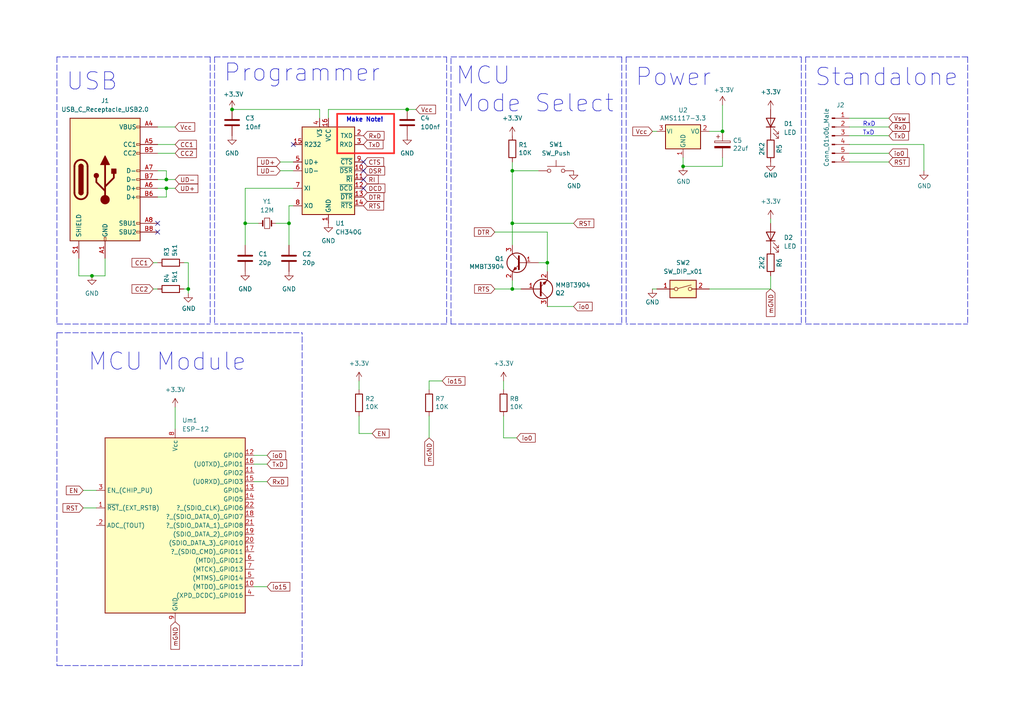
<source format=kicad_sch>
(kicad_sch (version 20211123) (generator eeschema)
  (paper "A4")
  (title_block (title "The Nerd Mage Module Programmer") (date "2023-07-13") (rev "1.0.?") (company "S. A. Miller") (comment 1 "ESP-12/07 Edition"))
  (lib_symbols
    (symbol "Connector:Conn_01x06_Male" (pin_names (offset 1.016) hide)
      (property "Reference" "J" (at 0 7.62 0))
      (property "Value" "Conn_01x06_Male" (at 0 -10.16 0))
      (symbol "Conn_01x06_Male_1_1"
        (polyline (pts (xy 1.27 -7.62) (xy 0.8636 -7.62)) (stroke (width 0.1524)))
        (polyline (pts (xy 1.27 -5.08) (xy 0.8636 -5.08)) (stroke (width 0.1524)))
        (polyline (pts (xy 1.27 -2.54) (xy 0.8636 -2.54)) (stroke (width 0.1524)))
        (polyline (pts (xy 1.27 0) (xy 0.8636 0)) (stroke (width 0.1524)))
        (polyline (pts (xy 1.27 2.54) (xy 0.8636 2.54)) (stroke (width 0.1524)))
        (polyline (pts (xy 1.27 5.08) (xy 0.8636 5.08)) (stroke (width 0.1524)))
        (rectangle (start 0.8636 -7.493) (end 0 -7.747) (stroke (width 0.1524)) (fill (type outline)))
        (rectangle (start 0.8636 -4.953) (end 0 -5.207) (stroke (width 0.1524)) (fill (type outline)))
        (rectangle (start 0.8636 -2.413) (end 0 -2.667) (stroke (width 0.1524)) (fill (type outline)))
        (rectangle (start 0.8636 0.127) (end 0 -0.127) (stroke (width 0.1524)) (fill (type outline)))
        (rectangle (start 0.8636 2.667) (end 0 2.413) (stroke (width 0.1524)) (fill (type outline)))
        (rectangle (start 0.8636 5.207) (end 0 4.953) (stroke (width 0.1524)) (fill (type outline)))
        (pin passive line (at 5.08 5.08 180) (length 3.81) (name "Pin_1") (number "1"))
        (pin passive line (at 5.08 2.54 180) (length 3.81) (name "Pin_2") (number "2"))
        (pin passive line (at 5.08 0 180) (length 3.81) (name "Pin_3") (number "3"))
        (pin passive line (at 5.08 -2.54 180) (length 3.81) (name "Pin_4") (number "4"))
        (pin passive line (at 5.08 -5.08 180) (length 3.81) (name "Pin_5") (number "5"))
        (pin passive line (at 5.08 -7.62 180) (length 3.81) (name "Pin_6") (number "6"))
      )
    )
    (symbol "Connector:USB_C_Receptacle_USB2.0" (pin_names (offset 1.016))
      (property "Reference" "J" (at -10.16 19.05 0))
      (property "Value" "USB_C_Receptacle_USB2.0" (at 19.05 19.05 0))
      (symbol "USB_C_Receptacle_USB2.0_0_0"
        (rectangle (start -0.254 -17.78) (end 0.254 -16.764))
        (rectangle (start 10.16 -14.986) (end 9.144 -15.494))
        (rectangle (start 10.16 -12.446) (end 9.144 -12.954))
        (rectangle (start 10.16 -4.826) (end 9.144 -5.334))
        (rectangle (start 10.16 -2.286) (end 9.144 -2.794))
        (rectangle (start 10.16 0.254) (end 9.144 -0.254))
        (rectangle (start 10.16 2.794) (end 9.144 2.286))
        (rectangle (start 10.16 7.874) (end 9.144 7.366))
        (rectangle (start 10.16 10.414) (end 9.144 9.906))
        (rectangle (start 10.16 15.494) (end 9.144 14.986))
      )
      (symbol "USB_C_Receptacle_USB2.0_0_1"
        (rectangle (start -10.16 17.78) (end 10.16 -17.78) (stroke (width 0.254)) (fill (type background)))
        (arc (start -8.89 -3.81) (mid -6.985 -5.715) (end -5.08 -3.81) (stroke (width 0.508)))
        (arc (start -7.62 -3.81) (mid -6.985 -4.445) (end -6.35 -3.81) (stroke (width 0.254)))
        (arc (start -7.62 -3.81) (mid -6.985 -4.445) (end -6.35 -3.81) (stroke (width 0.254)) (fill (type outline)))
        (rectangle (start -7.62 -3.81) (end -6.35 3.81) (stroke (width 0.254)) (fill (type outline)))
        (arc (start -6.35 3.81) (mid -6.985 4.445) (end -7.62 3.81) (stroke (width 0.254)))
        (arc (start -6.35 3.81) (mid -6.985 4.445) (end -7.62 3.81) (stroke (width 0.254)) (fill (type outline)))
        (arc (start -5.08 3.81) (mid -6.985 5.715) (end -8.89 3.81) (stroke (width 0.508)))
        (circle (center -2.54 1.143) (radius 0.635) (stroke (width 0.254)) (fill (type outline)))
        (circle (center 0 -5.842) (radius 1.27) (fill (type outline)))
        (polyline (pts (xy -8.89 -3.81) (xy -8.89 3.81)) (stroke (width 0.508)))
        (polyline (pts (xy -5.08 3.81) (xy -5.08 -3.81)) (stroke (width 0.508)))
        (polyline (pts (xy 0 -5.842) (xy 0 4.318)) (stroke (width 0.508)))
        (polyline (pts (xy 0 -3.302) (xy -2.54 -0.762) (xy -2.54 0.508)) (stroke (width 0.508)))
        (polyline (pts (xy 0 -2.032) (xy 2.54 0.508) (xy 2.54 1.778)) (stroke (width 0.508)))
        (polyline (pts (xy -1.27 4.318) (xy 0 6.858) (xy 1.27 4.318) (xy -1.27 4.318)) (stroke (width 0.254)) (fill (type outline)))
        (rectangle (start 1.905 1.778) (end 3.175 3.048) (stroke (width 0.254)) (fill (type outline)))
      )
      (symbol "USB_C_Receptacle_USB2.0_1_1"
        (pin passive line (at 0 -22.86 90) (length 5.08) (name "GND") (number "A1"))
        (pin passive line (at 0 -22.86 90) (length 5.08) hide (name "GND") (number "A12"))
        (pin passive line (at 15.24 15.24 180) (length 5.08) (name "VBUS") (number "A4"))
        (pin bidirectional line (at 15.24 10.16 180) (length 5.08) (name "CC1") (number "A5"))
        (pin bidirectional line (at 15.24 -2.54 180) (length 5.08) (name "D+") (number "A6"))
        (pin bidirectional line (at 15.24 2.54 180) (length 5.08) (name "D-") (number "A7"))
        (pin bidirectional line (at 15.24 -12.7 180) (length 5.08) (name "SBU1") (number "A8"))
        (pin passive line (at 15.24 15.24 180) (length 5.08) hide (name "VBUS") (number "A9"))
        (pin passive line (at 0 -22.86 90) (length 5.08) hide (name "GND") (number "B1"))
        (pin passive line (at 0 -22.86 90) (length 5.08) hide (name "GND") (number "B12"))
        (pin passive line (at 15.24 15.24 180) (length 5.08) hide (name "VBUS") (number "B4"))
        (pin bidirectional line (at 15.24 7.62 180) (length 5.08) (name "CC2") (number "B5"))
        (pin bidirectional line (at 15.24 -5.08 180) (length 5.08) (name "D+") (number "B6"))
        (pin bidirectional line (at 15.24 0 180) (length 5.08) (name "D-") (number "B7"))
        (pin bidirectional line (at 15.24 -15.24 180) (length 5.08) (name "SBU2") (number "B8"))
        (pin passive line (at 15.24 15.24 180) (length 5.08) hide (name "VBUS") (number "B9"))
        (pin passive line (at -7.62 -22.86 90) (length 5.08) (name "SHIELD") (number "S1"))
      )
    )
    (symbol "Device:C" (pin_numbers hide) (pin_names (offset 0.254))
      (property "Reference" "C" (at 0.635 2.54 0))
      (property "Value" "C" (at 0.635 -2.54 0))
      (symbol "C_0_1"
        (polyline (pts (xy -2.032 -0.762) (xy 2.032 -0.762)) (stroke (width 0.508)))
        (polyline (pts (xy -2.032 0.762) (xy 2.032 0.762)) (stroke (width 0.508)))
      )
      (symbol "C_1_1"
        (pin passive line (at 0 3.81 270) (length 2.794) (name "~") (number "1"))
        (pin passive line (at 0 -3.81 90) (length 2.794) (name "~") (number "2"))
      )
    )
    (symbol "Device:CP" (pin_numbers hide) (pin_names (offset 0.254))
      (property "Reference" "C" (at 0.635 2.54 0))
      (property "Value" "Device_CP" (at 0.635 -2.54 0))
      (symbol "CP_0_1"
        (rectangle (start -2.286 0.508) (end 2.286 1.016))
        (polyline (pts (xy -1.778 2.286) (xy -0.762 2.286)))
        (polyline (pts (xy -1.27 2.794) (xy -1.27 1.778)))
        (rectangle (start 2.286 -0.508) (end -2.286 -1.016) (fill (type outline)))
      )
      (symbol "CP_1_1"
        (pin passive line (at 0 3.81 270) (length 2.794) (name "~") (number "1"))
        (pin passive line (at 0 -3.81 90) (length 2.794) (name "~") (number "2"))
      )
    )
    (symbol "Device:Crystal_Small" (pin_numbers hide) (pin_names (offset 1.016) hide)
      (property "Reference" "Y" (at 0 2.54 0))
      (property "Value" "Crystal_Small" (at 0 -2.54 0))
      (symbol "Crystal_Small_0_1"
        (rectangle (start -0.762 -1.524) (end 0.762 1.524))
        (polyline (pts (xy -1.27 -0.762) (xy -1.27 0.762)) (stroke (width 0.381)))
        (polyline (pts (xy 1.27 -0.762) (xy 1.27 0.762)) (stroke (width 0.381)))
      )
      (symbol "Crystal_Small_1_1"
        (pin passive line (at -2.54 0 0) (length 1.27) (name "1") (number "1"))
        (pin passive line (at 2.54 0 180) (length 1.27) (name "2") (number "2"))
      )
    )
    (symbol "Device:LED" (pin_numbers hide) (pin_names (offset 1.016) hide)
      (property "Reference" "D" (at 0 2.54 0))
      (property "Value" "LED" (at 0 -2.54 0))
      (symbol "LED_0_1"
        (polyline (pts (xy -1.27 -1.27) (xy -1.27 1.27)) (stroke (width 0.254)))
        (polyline (pts (xy -1.27 0) (xy 1.27 0)))
        (polyline (pts (xy 1.27 -1.27) (xy 1.27 1.27) (xy -1.27 0) (xy 1.27 -1.27)) (stroke (width 0.254)))
        (polyline (pts (xy -3.048 -0.762) (xy -4.572 -2.286) (xy -3.81 -2.286) (xy -4.572 -2.286) (xy -4.572 -1.524)))
        (polyline (pts (xy -1.778 -0.762) (xy -3.302 -2.286) (xy -2.54 -2.286) (xy -3.302 -2.286) (xy -3.302 -1.524)))
      )
      (symbol "LED_1_1"
        (pin passive line (at -3.81 0 0) (length 2.54) (name "K") (number "1"))
        (pin passive line (at 3.81 0 180) (length 2.54) (name "A") (number "2"))
      )
    )
    (symbol "Device:R" (pin_numbers hide) (pin_names (offset 0))
      (property "Reference" "R" (at 2.032 0 90))
      (property "Value" "R" (at 0 0 90))
      (symbol "R_0_1"
        (rectangle (start -1.016 -2.54) (end 1.016 2.54) (stroke (width 0.254)))
      )
      (symbol "R_1_1"
        (pin passive line (at 0 3.81 270) (length 1.27) (name "~") (number "1"))
        (pin passive line (at 0 -3.81 90) (length 1.27) (name "~") (number "2"))
      )
    )
    (symbol "Interface_USB:CH340G"
      (property "Reference" "U" (at -5.08 13.97 0))
      (property "Value" "CH340G" (at 1.27 13.97 0))
      (symbol "CH340G_0_1"
        (rectangle (start -7.62 12.7) (end 7.62 -12.7) (stroke (width 0.254)) (fill (type background)))
      )
      (symbol "CH340G_1_1"
        (pin power_in line (at 0 -15.24 90) (length 2.54) (name "GND") (number "1"))
        (pin input line (at 10.16 0 180) (length 2.54) (name "~{DSR}") (number "10"))
        (pin input line (at 10.16 -2.54 180) (length 2.54) (name "~{RI}") (number "11"))
        (pin input line (at 10.16 -5.08 180) (length 2.54) (name "~{DCD}") (number "12"))
        (pin output line (at 10.16 -7.62 180) (length 2.54) (name "~{DTR}") (number "13"))
        (pin output line (at 10.16 -10.16 180) (length 2.54) (name "~{RTS}") (number "14"))
        (pin input line (at -10.16 7.62 0) (length 2.54) (name "R232") (number "15"))
        (pin power_in line (at 0 15.24 270) (length 2.54) (name "VCC") (number "16"))
        (pin output line (at 10.16 10.16 180) (length 2.54) (name "TXD") (number "2"))
        (pin input line (at 10.16 7.62 180) (length 2.54) (name "RXD") (number "3"))
        (pin passive line (at -2.54 15.24 270) (length 2.54) (name "V3") (number "4"))
        (pin bidirectional line (at -10.16 2.54 0) (length 2.54) (name "UD+") (number "5"))
        (pin bidirectional line (at -10.16 0 0) (length 2.54) (name "UD-") (number "6"))
        (pin input line (at -10.16 -5.08 0) (length 2.54) (name "XI") (number "7"))
        (pin output line (at -10.16 -10.16 0) (length 2.54) (name "XO") (number "8"))
        (pin input line (at 10.16 2.54 180) (length 2.54) (name "~{CTS}") (number "9"))
      )
    )
    (symbol "Regulator_Linear:AMS1117-3.3" (pin_names (offset 0.254))
      (property "Reference" "U" (at -3.81 3.175 0))
      (property "Value" "AMS1117-3.3" (at 0 3.175 0))
      (symbol "AMS1117-3.3_0_1"
        (rectangle (start -5.08 -5.08) (end 5.08 1.905) (stroke (width 0.254)) (fill (type background)))
      )
      (symbol "AMS1117-3.3_1_1"
        (pin power_in line (at 0 -7.62 90) (length 2.54) (name "GND") (number "1"))
        (pin power_out line (at 7.62 0 180) (length 2.54) (name "VO") (number "2"))
        (pin power_in line (at -7.62 0 0) (length 2.54) (name "VI") (number "3"))
      )
    )
    (symbol "Switch:SW_DIP_x01" (pin_names (offset 0) hide)
      (property "Reference" "SW" (at 0 3.81 0))
      (property "Value" "SW_DIP_x01" (at 0 -3.81 0))
      (symbol "SW_DIP_x01_0_0"
        (circle (center -2.032 0) (radius 0.508))
        (polyline (pts (xy -1.524 0.127) (xy 2.3622 1.1684)))
        (circle (center 2.032 0) (radius 0.508))
      )
      (symbol "SW_DIP_x01_0_1"
        (rectangle (start -3.81 2.54) (end 3.81 -2.54) (stroke (width 0.254)) (fill (type background)))
      )
      (symbol "SW_DIP_x01_1_1"
        (pin passive line (at -7.62 0 0) (length 5.08) (name "~") (number "1"))
        (pin passive line (at 7.62 0 180) (length 5.08) (name "~") (number "2"))
      )
    )
    (symbol "Switch:SW_Push" (pin_numbers hide) (pin_names (offset 1.016) hide)
      (property "Reference" "SW" (at 1.27 2.54 0))
      (property "Value" "SW_Push" (at 0 -1.524 0))
      (symbol "SW_Push_0_1"
        (circle (center -2.032 0) (radius 0.508))
        (polyline (pts (xy 0 1.27) (xy 0 3.048)))
        (polyline (pts (xy 2.54 1.27) (xy -2.54 1.27)))
        (circle (center 2.032 0) (radius 0.508))
        (pin passive line (at -5.08 0 0) (length 2.54) (name "1") (number "1"))
        (pin passive line (at 5.08 0 180) (length 2.54) (name "2") (number "2"))
      )
    )
    (symbol "Tinker_ESP:ESP-12"
      (property "Reference" "Um" (at 3.556 -27.686 0))
      (property "Value" "ESP-12" (at 6.096 -30.099 0))
      (symbol "ESP-12_0_1"
        (rectangle (start -20.32 25.4) (end 20.32 -25.4) (stroke (width 0.254)) (fill (type background)))
      )
      (symbol "ESP-12_1_1"
        (pin input line (at -22.86 5.08 0) (length 2.54) (name "~{RST}_(EXT_RSTB)") (number "1"))
        (pin bidirectional line (at 22.86 -17.78 180) (length 2.54) (name "(MTDO)_GPIO15") (number "10"))
        (pin bidirectional line (at 22.86 15.24 180) (length 2.54) (name "GPIO2") (number "11"))
        (pin bidirectional line (at 22.86 20.32 180) (length 2.54) (name "GPIO0") (number "12"))
        (pin bidirectional line (at 22.86 10.16 180) (length 2.54) (name "GPIO4") (number "13"))
        (pin bidirectional line (at 22.86 7.62 180) (length 2.54) (name "GPIO5") (number "14"))
        (pin bidirectional line (at 22.86 12.7 180) (length 2.54) (name "(U0RXD)_GPIO3") (number "15"))
        (pin bidirectional line (at 22.86 17.78 180) (length 2.54) (name "(U0TXD)_GPIO1") (number "16"))
        (pin bidirectional line (at 22.86 -7.62 180) (length 2.54) (name "?_(SDIO_CMD)_GPIO11") (number "17"))
        (pin bidirectional line (at 22.86 2.54 180) (length 2.54) (name "?_(SDIO_DATA_0)_GPIO7") (number "18"))
        (pin bidirectional line (at 22.86 -2.54 180) (length 2.54) (name "(SDIO_DATA_2)_GPIO9") (number "19"))
        (pin input line (at -22.86 0 0) (length 2.54) (name "ADC_(TOUT)") (number "2"))
        (pin bidirectional line (at 22.86 -5.08 180) (length 2.54) (name "(SDIO_DATA_3)_GPIO10") (number "20"))
        (pin bidirectional line (at 22.86 0 180) (length 2.54) (name "?_(SDIO_DATA_1)_GPIO8") (number "21"))
        (pin bidirectional line (at 22.86 5.08 180) (length 2.54) (name "?_(SDIO_CLK)_GPIO6") (number "22"))
        (pin input line (at -22.86 10.16 0) (length 2.54) (name "EN_(CHIP_PU)") (number "3"))
        (pin bidirectional line (at 22.86 -20.32 180) (length 2.54) (name "(XPD_DCDC)_GPIO16") (number "4"))
        (pin bidirectional line (at 22.86 -15.24 180) (length 2.54) (name "(MTMS)_GPIO14") (number "5"))
        (pin bidirectional line (at 22.86 -10.16 180) (length 2.54) (name "(MTDI)_GPIO12") (number "6"))
        (pin bidirectional line (at 22.86 -12.7 180) (length 2.54) (name "(MTCK)_GPIO13") (number "7"))
        (pin power_in line (at 0 27.94 270) (length 2.54) (name "Vcc") (number "8"))
        (pin power_in line (at 0 -27.94 90) (length 2.54) (name "GND") (number "9"))
      )
    )
    (symbol "Transistor_BJT:MMBT3904" (pin_names (offset 0) hide)
      (property "Reference" "Q" (at 5.08 1.905 0))
      (property "Value" "MMBT3904" (at 5.08 0 0))
      (symbol "MMBT3904_0_1"
        (polyline (pts (xy 0.635 0.635) (xy 2.54 2.54)))
        (polyline (pts (xy 0.635 -0.635) (xy 2.54 -2.54) (xy 2.54 -2.54)))
        (polyline (pts (xy 0.635 1.905) (xy 0.635 -1.905) (xy 0.635 -1.905)) (stroke (width 0.508)))
        (polyline (pts (xy 1.27 -1.778) (xy 1.778 -1.27) (xy 2.286 -2.286) (xy 1.27 -1.778) (xy 1.27 -1.778)) (fill (type outline)))
        (circle (center 1.27 0) (radius 2.8194) (stroke (width 0.254)))
      )
      (symbol "MMBT3904_1_1"
        (pin input line (at -5.08 0 0) (length 5.715) (name "B") (number "1"))
        (pin passive line (at 2.54 -5.08 90) (length 2.54) (name "E") (number "2"))
        (pin passive line (at 2.54 5.08 270) (length 2.54) (name "C") (number "3"))
      )
    )
    (symbol "power:+3.3V" (power) (pin_names (offset 0))
      (property "Value" "+3.3V" (at 0 3.556 0))
      (symbol "+3.3V_0_1"
        (polyline (pts (xy -0.762 1.27) (xy 0 2.54)))
        (polyline (pts (xy 0 0) (xy 0 2.54)))
        (polyline (pts (xy 0 2.54) (xy 0.762 1.27)))
      )
      (symbol "+3.3V_1_1"
        (pin power_in line (at 0 0 90) (length 0) hide (name "+3.3V") (number "1"))
      )
    )
    (symbol "power:GND" (power) (pin_names (offset 0))
      (property "Value" "GND" (at 0 -3.81 0))
      (symbol "GND_0_1"
        (polyline (pts (xy 0 0) (xy 0 -1.27) (xy 1.27 -1.27) (xy 0 -2.54) (xy -1.27 -1.27) (xy 0 -1.27)))
      )
      (symbol "GND_1_1"
        (pin power_in line (at 0 0 270) (length 0) hide (name "GND") (number "1"))
      )
    )
  )
  (junction (at 83.82 64.77))
  (junction (at 26.67 80.01))
  (junction (at 148.59 83.82))
  (junction (at 48.26 54.61))
  (junction (at 54.61 83.82))
  (junction (at 48.26 52.07))
  (junction (at 148.59 64.77))
  (junction (at 118.11 31.75))
  (junction (at 67.31 31.75))
  (junction (at 158.75 76.2))
  (junction (at 71.12 64.77))
  (junction (at 209.55 38.1))
  (junction (at 148.59 49.53))
  (junction (at 198.12 48.26))
  (no_connect (at 85.09 41.91))
  (no_connect (at 105.41 46.99))
  (no_connect (at 105.41 49.53))
  (no_connect (at 105.41 52.07))
  (no_connect (at 105.41 54.61))
  (no_connect (at 45.72 64.77))
  (no_connect (at 45.72 67.31))
  (wire (pts (xy 83.82 64.77) (xy 83.82 71.12)))
  (polyline (pts (xy 233.68 16.51) (xy 233.68 93.98)))
  (polyline (pts (xy 60.96 16.51) (xy 16.51 16.51)))
  (polyline (pts (xy 280.67 16.51) (xy 280.67 93.98)))
  (polyline (pts (xy 62.23 16.51) (xy 62.23 93.98)))
  (polyline (pts (xy 16.51 96.52) (xy 87.63 96.52)))
  (wire (pts (xy 158.75 67.31) (xy 158.75 76.2)))
  (wire (pts (xy 104.14 120.65) (xy 104.14 125.73)))
  (wire (pts (xy 104.14 125.73) (xy 107.95 125.73)))
  (wire (pts (xy 267.97 49.53) (xy 267.97 41.91)))
  (wire (pts (xy 151.13 83.82) (xy 148.59 83.82)))
  (polyline (pts (xy 180.34 16.51) (xy 180.34 93.98)))
  (polyline (pts (xy 114.3 33.02) (xy 97.79 33.02)) (stroke (width 0.5) (type solid) (color 255 48 46 1)))
  (polyline (pts (xy 16.51 96.52) (xy 16.51 193.04)))
  (wire (pts (xy 156.21 76.2) (xy 158.75 76.2)))
  (wire (pts (xy 45.72 41.91) (xy 50.8 41.91)))
  (wire (pts (xy 54.61 76.2) (xy 54.61 83.82)))
  (polyline (pts (xy 233.68 93.98) (xy 280.67 93.98)))
  (wire (pts (xy 246.38 36.83) (xy 257.81 36.83)))
  (polyline (pts (xy 16.51 193.04) (xy 87.63 193.04)))
  (wire (pts (xy 146.05 127) (xy 149.86 127)))
  (wire (pts (xy 81.28 46.99) (xy 85.09 46.99)))
  (wire (pts (xy 205.74 83.82) (xy 223.52 83.82)))
  (wire (pts (xy 71.12 54.61) (xy 71.12 64.77)))
  (wire (pts (xy 92.71 34.29) (xy 92.71 31.75)))
  (wire (pts (xy 74.93 64.77) (xy 71.12 64.77)))
  (wire (pts (xy 45.72 44.45) (xy 50.8 44.45)))
  (polyline (pts (xy 97.79 33.02) (xy 97.79 44.45)) (stroke (width 0.5) (type solid) (color 255 48 46 1)))
  (wire (pts (xy 92.71 31.75) (xy 67.31 31.75)))
  (wire (pts (xy 124.46 110.49) (xy 124.46 113.03)))
  (wire (pts (xy 45.72 54.61) (xy 48.26 54.61)))
  (polyline (pts (xy 114.3 33.02) (xy 114.3 44.45)) (stroke (width 0.5) (type solid) (color 255 48 46 1)))
  (polyline (pts (xy 280.67 16.51) (xy 233.68 16.51)))
  (wire (pts (xy 209.55 48.26) (xy 198.12 48.26)))
  (wire (pts (xy 45.72 57.15) (xy 48.26 57.15)))
  (wire (pts (xy 209.55 30.48) (xy 209.55 38.1)))
  (wire (pts (xy 166.37 88.9) (xy 158.75 88.9)))
  (wire (pts (xy 54.61 83.82) (xy 54.61 85.09)))
  (wire (pts (xy 118.11 31.75) (xy 120.65 31.75)))
  (wire (pts (xy 85.09 59.69) (xy 83.82 59.69)))
  (polyline (pts (xy 16.51 16.51) (xy 16.51 93.98)))
  (wire (pts (xy 48.26 49.53) (xy 48.26 52.07)))
  (wire (pts (xy 24.13 142.24) (xy 27.94 142.24)))
  (wire (pts (xy 128.27 110.49) (xy 124.46 110.49)))
  (wire (pts (xy 48.26 52.07) (xy 50.8 52.07)))
  (wire (pts (xy 190.5 83.82) (xy 189.23 83.82)))
  (wire (pts (xy 73.66 170.18) (xy 77.47 170.18)))
  (wire (pts (xy 143.51 67.31) (xy 158.75 67.31)))
  (polyline (pts (xy 60.96 16.51) (xy 60.96 93.98)))
  (polyline (pts (xy 129.54 16.51) (xy 129.54 93.98)))
  (wire (pts (xy 50.8 118.11) (xy 50.8 124.46)))
  (polyline (pts (xy 130.81 93.98) (xy 130.81 16.51)))
  (wire (pts (xy 148.59 64.77) (xy 148.59 71.12)))
  (wire (pts (xy 73.66 134.62) (xy 77.47 134.62)))
  (wire (pts (xy 45.72 36.83) (xy 50.8 36.83)))
  (wire (pts (xy 80.01 64.77) (xy 83.82 64.77)))
  (wire (pts (xy 44.45 76.2) (xy 45.72 76.2)))
  (wire (pts (xy 95.25 31.75) (xy 95.25 34.29)))
  (polyline (pts (xy 181.61 16.51) (xy 232.41 16.51)))
  (wire (pts (xy 53.34 83.82) (xy 54.61 83.82)))
  (wire (pts (xy 45.72 49.53) (xy 48.26 49.53)))
  (wire (pts (xy 148.59 49.53) (xy 156.21 49.53)))
  (wire (pts (xy 81.28 49.53) (xy 85.09 49.53)))
  (polyline (pts (xy 129.54 93.98) (xy 62.23 93.98)))
  (wire (pts (xy 267.97 41.91) (xy 246.38 41.91)))
  (wire (pts (xy 104.14 110.49) (xy 104.14 113.03)))
  (wire (pts (xy 83.82 59.69) (xy 83.82 64.77)))
  (wire (pts (xy 198.12 48.26) (xy 198.12 45.72)))
  (wire (pts (xy 209.55 45.72) (xy 209.55 48.26)))
  (wire (pts (xy 148.59 83.82) (xy 148.59 81.28)))
  (wire (pts (xy 257.81 34.29) (xy 246.38 34.29)))
  (wire (pts (xy 246.38 39.37) (xy 257.81 39.37)))
  (wire (pts (xy 95.25 31.75) (xy 118.11 31.75)))
  (wire (pts (xy 73.66 139.7) (xy 77.47 139.7)))
  (polyline (pts (xy 181.61 16.51) (xy 181.61 93.98)))
  (wire (pts (xy 73.66 132.08) (xy 77.47 132.08)))
  (wire (pts (xy 48.26 57.15) (xy 48.26 54.61)))
  (wire (pts (xy 22.86 74.93) (xy 22.86 80.01)))
  (wire (pts (xy 53.34 76.2) (xy 54.61 76.2)))
  (wire (pts (xy 30.48 74.93) (xy 30.48 80.01)))
  (wire (pts (xy 148.59 49.53) (xy 148.59 64.77)))
  (wire (pts (xy 45.72 52.07) (xy 48.26 52.07)))
  (polyline (pts (xy 130.81 16.51) (xy 180.34 16.51)))
  (wire (pts (xy 158.75 76.2) (xy 158.75 78.74)))
  (polyline (pts (xy 180.34 93.98) (xy 130.81 93.98)))
  (wire (pts (xy 44.45 83.82) (xy 45.72 83.82)))
  (wire (pts (xy 146.05 120.65) (xy 146.05 127)))
  (wire (pts (xy 223.52 63.5) (xy 223.52 64.77)))
  (wire (pts (xy 26.67 80.01) (xy 30.48 80.01)))
  (polyline (pts (xy 87.63 193.04) (xy 87.63 96.52)))
  (wire (pts (xy 22.86 80.01) (xy 26.67 80.01)))
  (wire (pts (xy 143.51 83.82) (xy 148.59 83.82)))
  (wire (pts (xy 48.26 54.61) (xy 50.8 54.61)))
  (wire (pts (xy 205.74 38.1) (xy 209.55 38.1)))
  (polyline (pts (xy 62.23 16.51) (xy 129.54 16.51)))
  (polyline (pts (xy 232.41 16.51) (xy 232.41 93.98)))
  (wire (pts (xy 146.05 110.49) (xy 146.05 113.03)))
  (wire (pts (xy 223.52 83.82) (xy 223.52 80.01)))
  (wire (pts (xy 166.37 64.77) (xy 148.59 64.77)))
  (wire (pts (xy 71.12 54.61) (xy 85.09 54.61)))
  (wire (pts (xy 189.23 38.1) (xy 190.5 38.1)))
  (polyline (pts (xy 232.41 93.98) (xy 181.61 93.98)))
  (polyline (pts (xy 16.51 93.98) (xy 60.96 93.98)))
  (polyline (pts (xy 97.79 44.45) (xy 114.3 44.45)) (stroke (width 0.5) (type solid) (color 255 48 46 1)))
  (wire (pts (xy 246.38 44.45) (xy 257.81 44.45)))
  (wire (pts (xy 148.59 46.99) (xy 148.59 49.53)))
  (wire (pts (xy 24.13 147.32) (xy 27.94 147.32)))
  (wire (pts (xy 124.46 120.65) (xy 124.46 127)))
  (wire (pts (xy 246.38 46.99) (xy 257.81 46.99)))
  (wire (pts (xy 71.12 64.77) (xy 71.12 71.12)))
  (text "Make Note!" (at 100.33 35.56 0) (effects (font (size 1.27 1.27) (thickness 0.254) bold) (justify left bottom)))
  (text "Power" (at 184.15 25.4 0) (effects (font (size 5 5)) (justify left bottom)))
  (text "USB" (at 19.05 26.67 0) (effects (font (size 5 5)) (justify left bottom)))
  (text "MCU\nMode Select" (at 132.08 33.02 0) (effects (font (size 5.0038 5.0038)) (justify left bottom)))
  (text "TxD" (at 250.19 39.37 0) (effects (font (size 1.27 1.27)) (justify left bottom)))
  (text "Standalone" (at 236.22 25.4 0) (effects (font (size 5 5)) (justify left bottom)))
  (text "RxD" (at 250.19 36.83 0) (effects (font (size 1.27 1.27)) (justify left bottom)))
  (text "MCU Module" (at 25.4 107.95 0) (effects (font (size 5.0038 5.0038)) (justify left bottom)))
  (text "Programmer" (at 64.77 24.13 0) (effects (font (size 5 5)) (justify left bottom)))
  (global_label "EN" (shape input) (at 107.95 125.73 0) (property "Intersheet References" "${INTERSHEET_REFS}" (effects hide)))
  (global_label "RTS" (shape input) (at 143.51 83.82 180) (property "Intersheet References" "${INTERSHEET_REFS}" (effects hide)))
  (global_label "RxD" (shape input) (at 257.81 36.83 0) (property "Intersheet References" "${INTERSHEET_REFS}" (effects hide)))
  (global_label "CC2" (shape input) (at 44.45 83.82 180) (property "Intersheet References" "${INTERSHEET_REFS}" (effects hide)))
  (global_label "CC1" (shape input) (at 44.45 76.2 180) (property "Intersheet References" "${INTERSHEET_REFS}" (effects hide)))
  (global_label "RST" (shape input) (at 257.81 46.99 0) (property "Intersheet References" "${INTERSHEET_REFS}" (effects hide)))
  (global_label "mGND" (shape input) (at 223.52 83.82 270) (property "Intersheet References" "${INTERSHEET_REFS}" (effects hide)))
  (global_label "TxD" (shape input) (at 77.47 134.62 0) (property "Intersheet References" "${INTERSHEET_REFS}" (effects hide)))
  (global_label "Vcc" (shape input) (at 120.65 31.75 0) (property "Intersheet References" "${INTERSHEET_REFS}" (effects hide)))
  (global_label "io15" (shape input) (at 77.47 170.18 0) (property "Intersheet References" "${INTERSHEET_REFS}" (effects hide)))
  (global_label "io0" (shape input) (at 257.81 44.45 0) (property "Intersheet References" "${INTERSHEET_REFS}" (effects hide)))
  (global_label "DSR" (shape input) (at 105.41 49.53 0) (property "Intersheet References" "${INTERSHEET_REFS}" (effects hide)))
  (global_label "CC2" (shape input) (at 50.8 44.45 0) (property "Intersheet References" "${INTERSHEET_REFS}" (effects hide)))
  (global_label "Vsw" (shape input) (at 257.81 34.29 0) (property "Intersheet References" "${INTERSHEET_REFS}" (effects hide)))
  (global_label "CTS" (shape input) (at 105.41 46.99 0) (property "Intersheet References" "${INTERSHEET_REFS}" (effects hide)))
  (global_label "DCD" (shape input) (at 105.41 54.61 0) (property "Intersheet References" "${INTERSHEET_REFS}" (effects hide)))
  (global_label "mGND" (shape input) (at 124.46 127 270) (property "Intersheet References" "${INTERSHEET_REFS}" (effects hide)))
  (global_label "RST" (shape input) (at 166.37 64.77 0) (property "Intersheet References" "${INTERSHEET_REFS}" (effects hide)))
  (global_label "UD+" (shape input) (at 50.8 54.61 0) (property "Intersheet References" "${INTERSHEET_REFS}" (effects hide)))
  (global_label "RTS" (shape input) (at 105.41 59.69 0) (property "Intersheet References" "${INTERSHEET_REFS}" (effects hide)))
  (global_label "RxD" (shape input) (at 105.41 39.37 0) (property "Intersheet References" "${INTERSHEET_REFS}" (effects hide)))
  (global_label "io0" (shape input) (at 149.86 127 0) (property "Intersheet References" "${INTERSHEET_REFS}" (effects hide)))
  (global_label "io15" (shape input) (at 128.27 110.49 0) (property "Intersheet References" "${INTERSHEET_REFS}" (effects hide)))
  (global_label "Vcc" (shape input) (at 189.23 38.1 180) (property "Intersheet References" "${INTERSHEET_REFS}" (effects hide)))
  (global_label "io0" (shape input) (at 77.47 132.08 0) (property "Intersheet References" "${INTERSHEET_REFS}" (effects hide)))
  (global_label "UD+" (shape input) (at 81.28 46.99 180) (property "Intersheet References" "${INTERSHEET_REFS}" (effects hide)))
  (global_label "UD-" (shape input) (at 50.8 52.07 0) (property "Intersheet References" "${INTERSHEET_REFS}" (effects hide)))
  (global_label "io0" (shape input) (at 166.37 88.9 0) (property "Intersheet References" "${INTERSHEET_REFS}" (effects hide)))
  (global_label "mGND" (shape input) (at 50.8 180.34 270) (property "Intersheet References" "${INTERSHEET_REFS}" (effects hide)))
  (global_label "DTR" (shape input) (at 143.51 67.31 180) (property "Intersheet References" "${INTERSHEET_REFS}" (effects hide)))
  (global_label "RST" (shape input) (at 24.13 147.32 180) (property "Intersheet References" "${INTERSHEET_REFS}" (effects hide)))
  (global_label "RxD" (shape input) (at 77.47 139.7 0) (property "Intersheet References" "${INTERSHEET_REFS}" (effects hide)))
  (global_label "TxD" (shape input) (at 105.41 41.91 0) (property "Intersheet References" "${INTERSHEET_REFS}" (effects hide)))
  (global_label "RI" (shape input) (at 105.41 52.07 0) (property "Intersheet References" "${INTERSHEET_REFS}" (effects hide)))
  (global_label "UD-" (shape input) (at 81.28 49.53 180) (property "Intersheet References" "${INTERSHEET_REFS}" (effects hide)))
  (global_label "DTR" (shape input) (at 105.41 57.15 0) (property "Intersheet References" "${INTERSHEET_REFS}" (effects hide)))
  (global_label "CC1" (shape input) (at 50.8 41.91 0) (property "Intersheet References" "${INTERSHEET_REFS}" (effects hide)))
  (global_label "Vcc" (shape input) (at 50.8 36.83 0) (property "Intersheet References" "${INTERSHEET_REFS}" (effects hide)))
  (global_label "TxD" (shape input) (at 257.81 39.37 0) (property "Intersheet References" "${INTERSHEET_REFS}" (effects hide)))
  (global_label "EN" (shape input) (at 24.13 142.24 180) (property "Intersheet References" "${INTERSHEET_REFS}" (effects hide)))
  (symbol (lib_id "Device:R") (at 104.14 116.84 0) (unit 1)
    (property "Reference" "R2" (at 105.918 115.6716 0) (effects (justify left)))
    (property "Value" "10K" (at 105.918 117.983 0) (effects (justify left)))
    (property "Footprint" "Tinker:R_0603_1608Metric_Pad0.98x0.95mm_HandSolder" (effects hide))
  )
  (symbol (lib_id "power:GND") (at 83.82 78.74 0) (unit 1)
    (property "Reference" "#PWR0112" (effects hide))
    (property "Value" "GND" (at 83.82 83.82 0))
  )
  (symbol (lib_id "power:GND") (at 54.61 85.09 0) (unit 1)
    (property "Reference" "#PWR0117" (effects hide))
    (property "Value" "GND" (at 54.737 89.4842 0))
  )
  (symbol (lib_id "power:GND") (at 166.37 49.53 0) (unit 1)
    (property "Reference" "#PWR0105" (effects hide))
    (property "Value" "GND" (at 166.497 53.9242 0))
  )
  (symbol (lib_id "power:+3.3V") (at 146.05 110.49 0) (unit 1)
    (property "Reference" "#PWR0121" (effects hide))
    (property "Value" "+3.3V" (at 146.05 105.41 0))
  )
  (symbol (lib_id "Connector:USB_C_Receptacle_USB2.0") (at 30.48 52.07 0) (unit 1)
    (property "Reference" "J1" (at 30.48 29.21 0))
    (property "Value" "USB_C_Receptacle_USB2.0" (at 30.48 31.75 0))
    (property "Footprint" "Tinker:USB_C_Receptacle_HRO_TYPE-C-31-M-12" (effects hide))
    (property "Datasheet" "https://www.usb.org/sites/default/files/documents/usb_type-c.zip" (effects hide))
  )
  (symbol (lib_id "Device:LED") (at 223.52 68.58 90) (unit 1)
    (property "Reference" "D2" (at 227.33 68.8974 90) (effects (justify right)))
    (property "Value" "LED" (at 227.33 71.4374 90) (effects (justify right)))
    (property "Footprint" "LED_SMD:LED_0805_2012Metric_Pad1.15x1.40mm_HandSolder" (effects hide))
  )
  (symbol (lib_id "Device:R") (at 124.46 116.84 0) (unit 1)
    (property "Reference" "R7" (at 126.238 115.6716 0) (effects (justify left)))
    (property "Value" "10K" (at 126.238 117.983 0) (effects (justify left)))
    (property "Footprint" "Tinker:R_0603_1608Metric_Pad0.98x0.95mm_HandSolder" (effects hide))
  )
  (symbol (lib_id "power:GND") (at 198.12 48.26 0) (unit 1)
    (property "Reference" "#PWR0107" (effects hide))
    (property "Value" "GND" (at 198.247 52.6542 0))
  )
  (symbol (lib_id "Switch:SW_Push") (at 161.29 49.53 0) (unit 1)
    (property "Reference" "SW1" (at 161.29 41.91 0))
    (property "Value" "SW_Push" (at 161.29 44.45 0))
    (property "Footprint" "Tinker:SW_Push_TS273014TP" (effects hide))
    (property "LCSC" "C2858276" (effects hide))
  )
  (symbol (lib_id "Device:C") (at 118.11 35.56 0) (unit 1)
    (property "Reference" "C4" (at 121.92 34.2899 0) (effects (justify left)))
    (property "Value" "100nf" (at 121.92 36.8299 0) (effects (justify left)))
    (property "Footprint" "Tinker:C_0603_1608Metric_Pad1.08x0.95mm_HandSolder" (effects hide))
    (property "LCSC" "C235731" (effects hide))
  )
  (symbol (lib_id "Connector:Conn_01x06_Male") (at 241.3 39.37 0) (unit 1) (in_bom no) (on_board no)
    (property "Reference" "J2" (at 242.57 30.48 0) (effects (justify left)))
    (property "Value" "Conn_01x06_Male" (at 239.6998 48.4124 90) (effects (justify left)))
    (property "Footprint" "Tinker:PinHeader_1x06_P2.54mm_Vertical" (effects hide))
  )
  (symbol (lib_id "power:GND") (at 267.97 49.53 0) (unit 1)
    (property "Reference" "#PWR0118" (effects hide))
    (property "Value" "GND" (at 268.097 53.9242 0))
  )
  (symbol (lib_id "Device:R") (at 49.53 76.2 90) (unit 1)
    (property "Reference" "R3" (at 48.3616 74.422 0) (effects (justify left)))
    (property "Value" "5k1" (at 50.673 74.422 0) (effects (justify left)))
    (property "Footprint" "Tinker:R_0603_1608Metric_Pad0.98x0.95mm_HandSolder" (effects hide))
  )
  (symbol (lib_id "Device:R") (at 223.52 76.2 0) (unit 1)
    (property "Reference" "R6" (at 226.06 76.2 90))
    (property "Value" "2K2" (at 220.98 76.2 90))
    (property "Footprint" "Tinker:R_0603_1608Metric_Pad0.98x0.95mm_HandSolder" (effects hide))
  )
  (symbol (lib_id "power:+3.3V") (at 148.59 39.37 0) (unit 1)
    (property "Reference" "#PWR0114" (effects hide))
    (property "Value" "+3.3V" (at 148.59 34.29 0))
  )
  (symbol (lib_id "power:GND") (at 223.52 46.99 0) (unit 1)
    (property "Reference" "#PWR0119" (effects hide))
    (property "Value" "GND" (at 223.52 50.8 0))
  )
  (symbol (lib_id "power:GND") (at 71.12 78.74 0) (unit 1)
    (property "Reference" "#PWR0111" (effects hide))
    (property "Value" "GND" (at 71.12 83.82 0))
  )
  (symbol (lib_id "Device:C") (at 67.31 35.56 0) (unit 1)
    (property "Reference" "C3" (at 71.12 34.2899 0) (effects (justify left)))
    (property "Value" "10nf" (at 71.12 36.8299 0) (effects (justify left)))
    (property "Footprint" "Tinker:C_0603_1608Metric_Pad1.08x0.95mm_HandSolder" (effects hide))
    (property "LCSC" "C161232" (effects hide))
  )
  (symbol (lib_id "power:+3.3V") (at 67.31 31.75 0) (unit 1)
    (property "Reference" "#PWR0115" (effects hide))
    (property "Value" "+3.3V" (at 67.691 27.3558 0))
  )
  (symbol (lib_id "Device:C") (at 83.82 74.93 0) (unit 1)
    (property "Reference" "C2" (at 87.63 73.6599 0) (effects (justify left)))
    (property "Value" "20p" (at 87.63 76.1999 0) (effects (justify left)))
    (property "Footprint" "Tinker:C_0603_1608Metric_Pad1.08x0.95mm_HandSolder" (effects hide))
    (property "LCSC" "C408549 (20pf C325469)" (effects hide))
  )
  (symbol (lib_id "Switch:SW_DIP_x01") (at 198.12 83.82 0) (unit 1)
    (property "Reference" "SW2" (at 198.12 76.2 0))
    (property "Value" "SW_DIP_x01" (at 198.12 78.74 0))
    (property "Footprint" "Tinker:SW_DIP_SPSTx01_Slide_6.7x4.1mm_W7.62mm_P2.54mm_LowProfile" (effects hide))
  )
  (symbol (lib_id "Device:C") (at 71.12 74.93 0) (unit 1)
    (property "Reference" "C1" (at 74.93 73.6599 0) (effects (justify left)))
    (property "Value" "20p" (at 74.93 76.1999 0) (effects (justify left)))
    (property "Footprint" "Tinker:C_0603_1608Metric_Pad1.08x0.95mm_HandSolder" (effects hide))
    (property "LCSC" "C408549 (20pf C325469)" (effects hide))
  )
  (symbol (lib_id "Device:R") (at 223.52 43.18 0) (unit 1)
    (property "Reference" "R5" (at 226.06 43.18 90))
    (property "Value" "2K2" (at 220.98 43.18 90))
    (property "Footprint" "Tinker:R_0603_1608Metric_Pad0.98x0.95mm_HandSolder" (effects hide))
  )
  (symbol (lib_id "power:+3.3V") (at 223.52 63.5 0) (unit 1)
    (property "Reference" "#PWR0104" (effects hide))
    (property "Value" "+3.3V" (at 223.52 58.42 0))
  )
  (symbol (lib_id "power:GND") (at 189.23 83.82 0) (unit 1)
    (property "Reference" "#PWR0101" (effects hide))
    (property "Value" "GND" (at 189.23 87.63 0))
  )
  (symbol (lib_id "power:+3.3V") (at 209.55 30.48 0) (unit 1)
    (property "Reference" "#PWR0110" (effects hide))
    (property "Value" "+3.3V" (at 209.931 26.0858 0))
  )
  (symbol (lib_id "power:+3.3V") (at 104.14 110.49 0) (unit 1)
    (property "Reference" "#PWR0106" (effects hide))
    (property "Value" "+3.3V" (at 104.14 105.41 0))
  )
  (symbol (lib_id "Regulator_Linear:AMS1117-3.3") (at 198.12 38.1 0) (unit 1)
    (property "Reference" "U2" (at 198.12 31.9532 0))
    (property "Value" "AMS1117-3.3" (at 198.12 34.2646 0))
    (property "Footprint" "Package_TO_SOT_SMD:SOT-223-3_TabPin2" (effects hide))
    (property "Datasheet" "http://www.advanced-monolithic.com/pdf/ds1117.pdf" (effects hide))
  )
  (symbol (lib_id "Device:R") (at 146.05 116.84 0) (unit 1)
    (property "Reference" "R8" (at 147.828 115.6716 0) (effects (justify left)))
    (property "Value" "10K" (at 147.828 117.983 0) (effects (justify left)))
    (property "Footprint" "Tinker:R_0603_1608Metric_Pad0.98x0.95mm_HandSolder" (effects hide))
  )
  (symbol (lib_id "power:GND") (at 26.67 80.01 0) (unit 1)
    (property "Reference" "#PWR0113" (effects hide))
    (property "Value" "GND" (at 26.67 85.09 0))
  )
  (symbol (lib_id "Transistor_BJT:MMBT3904") (at 151.13 76.2 0) (mirror y) (unit 1)
    (property "Reference" "Q1" (at 146.2786 75.0316 0) (effects (justify left)))
    (property "Value" "MMBT3904" (at 146.2786 77.343 0) (effects (justify left)))
    (property "Footprint" "Package_TO_SOT_SMD:SOT-23_Handsoldering" (effects hide))
    (property "Datasheet" "https://www.fairchildsemi.com/datasheets/2N/2N3904.pdf" (effects hide))
  )
  (symbol (lib_id "Device:CP") (at 209.55 41.91 0) (unit 1)
    (property "Reference" "C5" (at 212.5472 40.7416 0) (effects (justify left)))
    (property "Value" "22uf" (at 212.5472 43.053 0) (effects (justify left)))
    (property "Footprint" "Capacitor_Tantalum_SMD:CP_EIA-6032-28_Kemet-C_Pad2.25x2.35mm_HandSolder" (effects hide))
    (property "Datasheet" "http://datasheets.avx.com/TAJ.pdf" (effects hide))
    (property "P/N" "TAJB226M010RNJ" (effects hide))
  )
  (symbol (lib_id "Tinker_ESP:ESP-12") (at 50.8 152.4 0) (unit 1)
    (property "Reference" "Um1" (at 52.8194 121.92 0) (effects (justify left)))
    (property "Value" "ESP-12" (at 52.8194 124.46 0) (effects (justify left)))
    (property "Footprint" "Tinker:ESP-12 (FlexyPin)" (effects hide))
    (property "Datasheet" "https://docs.ai-thinker.com/_media/esp8266/docs/esp-12f_product_specification_en.pdf" (effects hide))
    (property "3D" "https://grabcad.com/library/esp8266-4" (effects hide))
  )
  (symbol (lib_id "Device:R") (at 49.53 83.82 90) (unit 1)
    (property "Reference" "R4" (at 48.3616 82.042 0) (effects (justify left)))
    (property "Value" "5k1" (at 50.673 82.042 0) (effects (justify left)))
    (property "Footprint" "Tinker:R_0603_1608Metric_Pad0.98x0.95mm_HandSolder" (effects hide))
  )
  (symbol (lib_id "power:GND") (at 67.31 39.37 0) (unit 1)
    (property "Reference" "#PWR0116" (effects hide))
    (property "Value" "GND" (at 67.31 44.45 0))
  )
  (symbol (lib_id "Device:R") (at 148.59 43.18 0) (unit 1)
    (property "Reference" "R1" (at 150.368 42.0116 0) (effects (justify left)))
    (property "Value" "10K" (at 150.368 44.323 0) (effects (justify left)))
    (property "Footprint" "Tinker:R_0603_1608Metric_Pad0.98x0.95mm_HandSolder" (effects hide))
  )
  (symbol (lib_id "Interface_USB:CH340G") (at 95.25 49.53 0) (unit 1)
    (property "Reference" "U1" (at 97.2694 64.77 0) (effects (justify left)))
    (property "Value" "CH340G" (at 97.2694 67.31 0) (effects (justify left)))
    (property "Footprint" "Package_SO:SOIC-16_3.9x9.9mm_P1.27mm" (effects hide))
    (property "Datasheet" "http://www.datasheet5.com/pdf-local-2195953" (effects hide))
    (property "LCSC" "C14267" (effects hide))
  )
  (symbol (lib_id "power:+3.3V") (at 50.8 118.11 0) (unit 1)
    (property "Reference" "#PWR0120" (effects hide))
    (property "Value" "+3.3V" (at 50.8 113.03 0))
  )
  (symbol (lib_id "power:GND") (at 118.11 39.37 0) (unit 1)
    (property "Reference" "#PWR0108" (effects hide))
    (property "Value" "GND" (at 118.11 44.45 0))
  )
  (symbol (lib_id "power:GND") (at 95.25 64.77 0) (unit 1)
    (property "Reference" "#PWR0109" (effects hide))
    (property "Value" "GND" (at 95.25 69.85 0))
  )
  (symbol (lib_id "power:+3.3V") (at 223.52 31.75 0) (unit 1)
    (property "Reference" "#PWR0103" (effects hide))
    (property "Value" "+3.3V" (at 223.52 26.67 0))
  )
  (symbol (lib_id "Device:LED") (at 223.52 35.56 90) (unit 1)
    (property "Reference" "D1" (at 227.33 35.8774 90) (effects (justify right)))
    (property "Value" "LED" (at 227.33 38.4174 90) (effects (justify right)))
    (property "Footprint" "LED_SMD:LED_0805_2012Metric_Pad1.15x1.40mm_HandSolder" (effects hide))
  )
  (symbol (lib_id "Transistor_BJT:MMBT3904") (at 156.21 83.82 0) (mirror x) (unit 1)
    (property "Reference" "Q2" (at 161.0614 84.9884 0) (effects (justify left)))
    (property "Value" "MMBT3904" (at 161.0614 82.677 0) (effects (justify left)))
    (property "Footprint" "Package_TO_SOT_SMD:SOT-23_Handsoldering" (effects hide))
    (property "Datasheet" "https://www.fairchildsemi.com/datasheets/2N/2N3904.pdf" (effects hide))
  )
  (symbol (lib_id "Device:Crystal_Small") (at 77.47 64.77 0) (unit 1)
    (property "Reference" "Y1" (at 77.47 58.42 0))
    (property "Value" "12M" (at 77.47 60.96 0))
    (property "Footprint" "Crystal:Crystal_SMD_5032-2Pin_5.0x3.2mm" (effects hide))
    (property "LCSC" "C2842275" (effects hide))
  )
)
</source>
